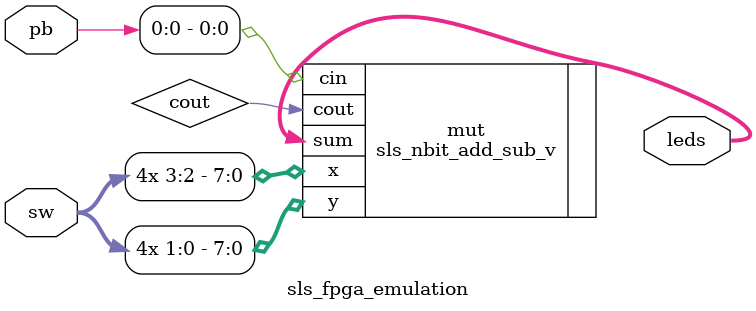
<source format=v>
module sls_fpga_emulation(pb, sw, leds);

input [1:0] pb;
input [3:0] sw;
output [7:0] leds;
wire cout;

sls_nbit_add_sub_v #(8) mut
	(.cin(pb[0]),
	.x({sw[3:2], sw[3:2], sw[3:2], sw[3:2]}),
	.y({sw[1:0], sw[1:0], sw[1:0], sw[1:0]}),
	.sum(leds[7:0]), .cout(cout));
	
endmodule

</source>
